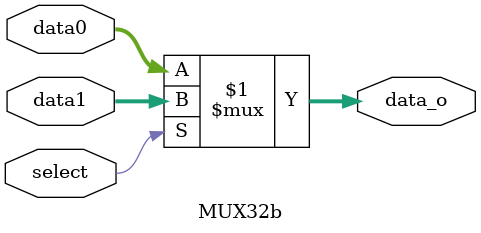
<source format=v>
module MUX32b(
	input [31:0]data0,
	input [31:0]data1,
	input select,
	output [31:0]data_o);

assign data_o=select?data1:data0;

endmodule 

</source>
